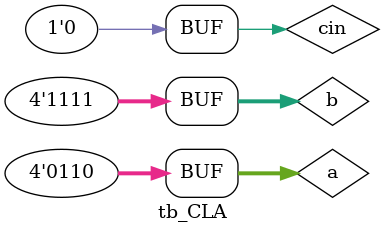
<source format=v>

`timescale 1ns/10ps

module tb_CLA;
	reg [3:0] a, b;
	reg cin;
	
	wire [3:0] sum;
	wire cout;
	
	CLA tb ( .a(a), .b(b), .cin(cin), .sum(sum), .cout(cout) );

	//여기서부터 waveform을 보기위한 파일을 만드는 포트
	initial 
	begin
		$dumpfile("test_cla_out.vcd"); 
		$dumpvars(-1,tb);    
		$monitor("%b", sum);
		$monitor("%b", cout);

	end
   //waveform을 보기위한 코드 끝

	initial 
	begin
		#100
		cin = 0;
		a = 4'b0000;
		b = 4'b0000;
		#100
		a = 4'b0110;
		b = 4'b0010;
		#100
		cin = 1;
		a = 4'b1100;
		b = 4'b0010;
		#100
		cin = 1;
		a = 4'b0011;
		b = 4'b1001;
		#100
		cin = 0;
		a = 4'b0110;
		b = 4'b1111;
		#100
		cin = 1;
		a = 4'b0011;
		b = 4'b1011;
		#100
		cin = 1;
		a = 4'b1001;
		b = 4'b0010;
		#100
		cin = 0;
		a = 4'b0110;
		b = 4'b1111;
		
		
	end
endmodule
</source>
